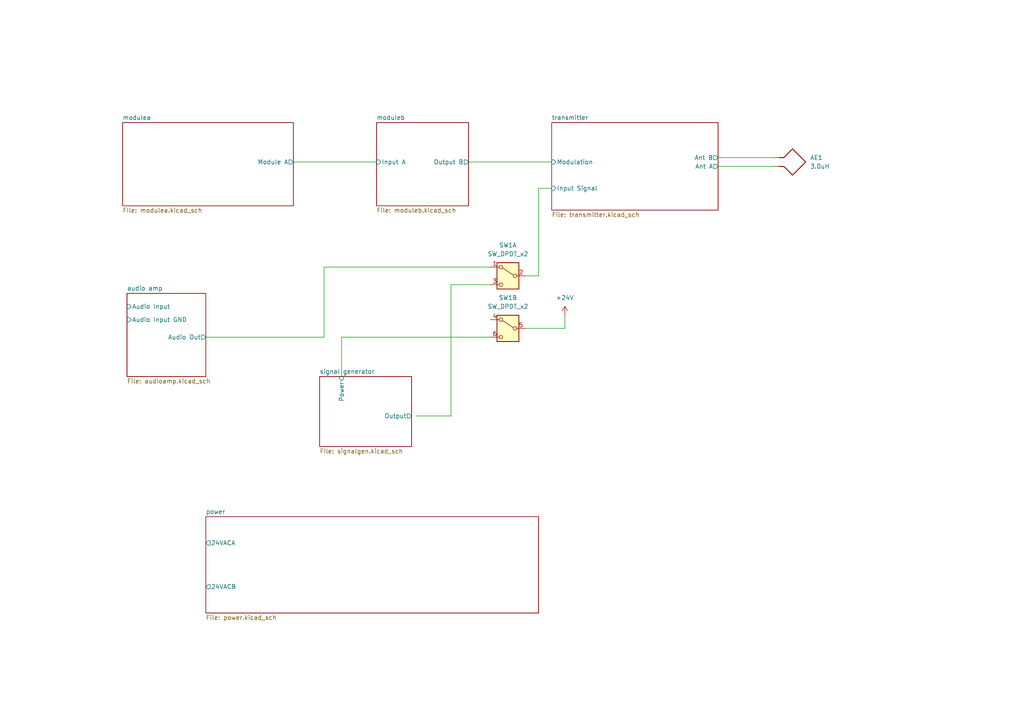
<source format=kicad_sch>
(kicad_sch (version 20231120) (generator "eeschema") (generator_version "8.0")
  (paper "A4")
  (title_block (date "2021-02-16"))
  (lib_symbols
    (symbol "Device:Antenna_Loop" (pin_numbers hide) (pin_names (offset 1.016) hide)
      (property "Reference" "AE" (at 1.27 6.35 0))
      (property "Value" "Antenna_Loop" (at 1.27 5.08 0))
      (symbol "Antenna_Loop_0_1"
        (polyline (pts (xy 2.54 -3.81) (xy 2.54 -2.54) (xy 5.08 0) (xy 1.27 3.81) (xy -2.54 0) (xy 0 -2.54) (xy 0 -3.81)) (stroke (width 0.254)))
      )
      (symbol "Antenna_Loop_1_1"
        (pin input line (at 0 -5.08 90) (length 2.54) (name "~") (number "1"))
        (pin input line (at 2.54 -5.08 90) (length 2.54) (name "~") (number "2"))
      )
    )
    (symbol "Switch:SW_DPDT_x2" (pin_names (offset 0) hide)
      (property "Reference" "SW" (at 0 5.08 0))
      (property "Value" "SW_DPDT_x2" (at 0 -5.08 0))
      (symbol "SW_DPDT_x2_0_0"
        (circle (center -2.032 0) (radius 0.508))
        (circle (center 2.032 -2.54) (radius 0.508))
      )
      (symbol "SW_DPDT_x2_0_1"
        (rectangle (start -3.175 3.81) (end 3.175 -3.81) (stroke (width 0.254)) (fill (type background)))
        (polyline (pts (xy -1.524 0.254) (xy 1.5748 2.286)))
        (circle (center 2.032 2.54) (radius 0.508))
      )
      (symbol "SW_DPDT_x2_1_1"
        (pin passive line (at 5.08 2.54 180) (length 2.54) (name "A") (number "1"))
        (pin passive line (at -5.08 0 0) (length 2.54) (name "B") (number "2"))
        (pin passive line (at 5.08 -2.54 180) (length 2.54) (name "C") (number "3"))
      )
      (symbol "SW_DPDT_x2_2_1"
        (pin passive line (at 5.08 2.54 180) (length 2.54) (name "A") (number "4"))
        (pin passive line (at -5.08 0 0) (length 2.54) (name "B") (number "5"))
        (pin passive line (at 5.08 -2.54 180) (length 2.54) (name "C") (number "6"))
      )
    )
    (symbol "power:+24V" (power) (pin_numbers hide) (pin_names (offset 0) hide)
      (property "Value" "+24V" (at 0 3.556 0))
      (symbol "+24V_0_1"
        (polyline (pts (xy -0.762 1.27) (xy 0 2.54)))
        (polyline (pts (xy 0 0) (xy 0 2.54)))
        (polyline (pts (xy 0 2.54) (xy 0.762 1.27)))
      )
      (symbol "+24V_1_1"
        (pin power_in line (at 0 0 90) (length 0) (name "~") (number "1"))
      )
    )
  )
  (wire (pts (xy 135.89 46.99) (xy 160.02 46.99)))
  (wire (pts (xy 99.06 97.79) (xy 142.24 97.79)))
  (wire (pts (xy 85.09 46.99) (xy 109.22 46.99)))
  (wire (pts (xy 93.98 77.47) (xy 93.98 97.79)))
  (wire (pts (xy 208.28 48.26) (xy 224.79 48.26)))
  (wire (pts (xy 163.83 95.25) (xy 163.83 91.44)))
  (wire (pts (xy 99.06 109.22) (xy 99.06 97.79)))
  (wire (pts (xy 120.65 120.65) (xy 130.81 120.65)))
  (wire (pts (xy 152.4 95.25) (xy 163.83 95.25)))
  (wire (pts (xy 156.21 54.61) (xy 160.02 54.61)))
  (wire (pts (xy 152.4 80.01) (xy 156.21 80.01)))
  (wire (pts (xy 142.24 77.47) (xy 93.98 77.47)))
  (wire (pts (xy 130.81 120.65) (xy 130.81 82.55)))
  (wire (pts (xy 93.98 97.79) (xy 59.69 97.79)))
  (wire (pts (xy 156.21 80.01) (xy 156.21 54.61)))
  (wire (pts (xy 208.28 45.72) (xy 224.79 45.72)))
  (wire (pts (xy 130.81 82.55) (xy 142.24 82.55)))
  (symbol (lib_id "Switch:SW_DPDT_x2") (at 147.32 80.01 0) (mirror y) (unit 1)
    (property "Reference" "SW1" (at 147.32 71.12 0))
    (property "Value" "SW_DPDT_x2" (at 147.32 73.66 0))
    (property "Description" "Switch, dual pole double throw, separate symbols" (effects (hide yes)))
  )
  (symbol (lib_id "Switch:SW_DPDT_x2") (at 147.32 95.25 0) (mirror y) (unit 2)
    (property "Reference" "SW1" (at 147.32 86.36 0))
    (property "Value" "SW_DPDT_x2" (at 147.32 88.9 0))
    (property "Description" "Switch, dual pole double throw, separate symbols" (effects (hide yes)))
  )
  (symbol (lib_id "Device:Antenna_Loop") (at 229.87 45.72 270) (unit 1)
    (property "Reference" "AE1" (at 234.95 45.7199 90) (effects (justify left)))
    (property "Value" "3.0uH" (at 234.95 48.2599 90) (effects (justify left)))
    (property "Description" "Loop antenna" (effects (hide yes)))
  )
  (symbol (lib_id "power:+24V") (at 163.83 91.44 0) (unit 1)
    (property "Reference" "#PWR021" (effects (hide yes)))
    (property "Value" "+24V" (at 163.83 86.36 0))
    (property "Description" "Power symbol creates a global label with name \"+24V\"" (effects (hide yes)))
  )
  (sheet (at 109.22 35.56) (size 26.67 24.13) (stroke (width 0.1524))
    (property "Sheetname" "moduleb" (at 109.22 34.8484 0) (effects (justify left bottom)))
    (property "Sheetfile" "moduleb.kicad_sch" (at 109.22 60.2746 0) (effects (justify left top)))
    (pin "Input A" input (at 109.22 46.99 180))
    (pin "Output B" output (at 135.89 46.99 0))
  )
  (sheet (at 36.83 85.09) (size 22.86 24.13) (stroke (width 0.1524))
    (property "Sheetname" "audio amp" (at 36.83 84.3784 0) (effects (justify left bottom)))
    (property "Sheetfile" "audioamp.kicad_sch" (at 36.83 109.8046 0) (effects (justify left top)))
    (pin "Audio Out" output (at 59.69 97.79 0))
    (pin "Audio Input" input (at 36.83 88.9 180))
    (pin "Audio Input GND" input (at 36.83 92.71 180))
  )
  (sheet (at 35.56 35.56) (size 49.53 24.13) (stroke (width 0.1524))
    (property "Sheetname" "modulea" (at 35.56 34.8484 0) (effects (justify left bottom)))
    (property "Sheetfile" "modulea.kicad_sch" (at 35.56 60.2746 0) (effects (justify left top)))
    (pin "Module A" output (at 85.09 46.99 0))
  )
  (sheet (at 160.02 35.56) (size 48.26 25.4) (stroke (width 0.1524))
    (property "Sheetname" "transmitter" (at 160.02 34.8484 0) (effects (justify left bottom)))
    (property "Sheetfile" "transmitter.kicad_sch" (at 160.02 61.5446 0) (effects (justify left top)))
    (pin "Input Signal" input (at 160.02 54.61 180))
    (pin "Modulation" input (at 160.02 46.99 180))
    (pin "Ant B" output (at 208.28 45.72 0))
    (pin "Ant A" output (at 208.28 48.26 0))
  )
  (sheet (at 59.69 149.86) (size 96.52 27.94) (stroke (width 0.1524))
    (property "Sheetname" "power" (at 59.69 149.1484 0) (effects (justify left bottom)))
    (property "Sheetfile" "power.kicad_sch" (at 59.69 178.3846 0) (effects (justify left top)))
    (pin "24VACA" output (at 59.69 157.48 180))
    (pin "24VACB" output (at 59.69 170.18 180))
  )
  (sheet (at 92.71 109.22) (size 26.67 20.32) (stroke (width 0.1524))
    (property "Sheetname" "signal generator" (at 92.71 108.5084 0) (effects (justify left bottom)))
    (property "Sheetfile" "signalgen.kicad_sch" (at 92.71 130.1246 0) (effects (justify left top)))
    (pin "Power" input (at 99.06 109.22 90))
    (pin "Output" output (at 119.38 120.65 0))
  )
)
</source>
